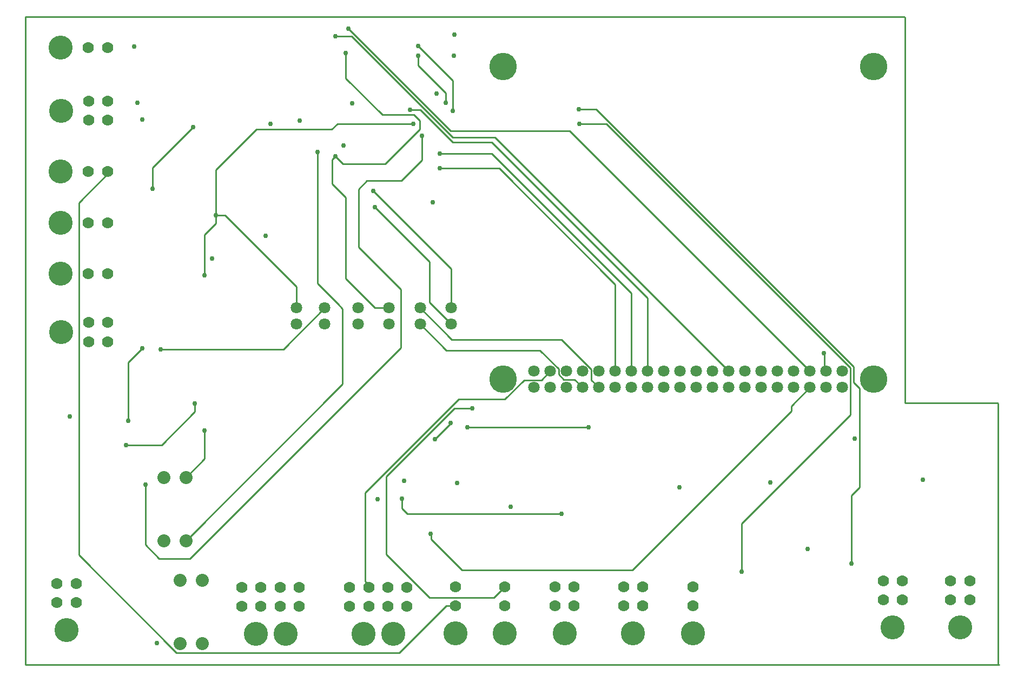
<source format=gbl>
G04*
G04 #@! TF.GenerationSoftware,Altium Limited,Altium Designer,22.9.1 (49)*
G04*
G04 Layer_Physical_Order=4*
G04 Layer_Color=16711680*
%FSLAX25Y25*%
%MOIN*%
G70*
G04*
G04 #@! TF.SameCoordinates,D4A48318-998D-472C-A6B0-EE5402D3ED7D*
G04*
G04*
G04 #@! TF.FilePolarity,Positive*
G04*
G01*
G75*
%ADD11C,0.01000*%
%ADD34C,0.03000*%
%ADD79C,0.07080*%
%ADD80C,0.16929*%
%ADD81C,0.07087*%
%ADD82C,0.07000*%
%ADD83C,0.14800*%
%ADD84C,0.08000*%
D11*
X189000Y296500D02*
Y311500D01*
X180000Y235000D02*
X193000Y222000D01*
X189000Y311500D02*
X191000Y313500D01*
X189000Y296500D02*
X197500Y288000D01*
X180000Y235000D02*
Y316000D01*
X191000Y313500D02*
X195661Y308839D01*
X221838D01*
X214500Y292000D02*
X262500Y244000D01*
Y220000D02*
Y244000D01*
X84000Y135500D02*
X104500Y156000D01*
X62000Y135500D02*
X84000D01*
X252500Y139000D02*
Y139250D01*
X262000Y148750D01*
Y149000D01*
X232000Y96500D02*
X235500Y93000D01*
X330500D01*
X222500Y116000D02*
X264500Y158000D01*
X275500D01*
X222500Y68000D02*
Y116000D01*
X267207Y163707D02*
X295560D01*
X209500Y106000D02*
X267207Y163707D01*
X209500Y51386D02*
Y106000D01*
X222500Y68000D02*
X249000Y41500D01*
X288700D01*
X295500Y48300D01*
X269000Y58500D02*
X374000D01*
X250089Y77412D02*
Y80734D01*
Y77412D02*
X269000Y58500D01*
X249911Y80911D02*
X250089Y80734D01*
X232000Y96500D02*
Y102500D01*
X374000Y58500D02*
X472000Y156500D01*
X209500Y51386D02*
X211700Y49186D01*
Y47800D02*
Y49186D01*
X231500Y195500D02*
Y231500D01*
X101500Y65500D02*
X231500Y195500D01*
X82500Y65500D02*
X101500D01*
X205500Y257500D02*
X231500Y231500D01*
X272500Y146500D02*
X347000D01*
X243000Y330000D02*
Y335500D01*
X221838Y308839D02*
X243000Y330000D01*
X239500Y339000D02*
X243000Y335500D01*
X220000Y339000D02*
X239500D01*
X197500Y361500D02*
X220000Y339000D01*
X197500Y361500D02*
Y377057D01*
X231870Y298370D02*
X244500Y311000D01*
Y326000D01*
X263500Y322000D02*
X287500D01*
X237000Y342000D02*
X243500D01*
X263500Y322000D01*
X188879Y330000D02*
X192379Y333500D01*
X239000D01*
X142500Y330000D02*
X188879D01*
X191000Y387500D02*
X201000D01*
X263500Y325000D01*
X289500D01*
X199000Y392000D02*
X262000Y329000D01*
X335500D01*
X159000Y194500D02*
X184500Y220000D01*
X83500Y194500D02*
X159000D01*
X74000Y74000D02*
X82500Y65500D01*
X74000Y74000D02*
Y111000D01*
X99000Y76500D02*
X195500Y173000D01*
Y219414D01*
X205500Y257500D02*
Y293240D01*
X210630Y298370D02*
X231870D01*
X205500Y293240D02*
X210630Y298370D01*
X197500Y238000D02*
Y288000D01*
Y238000D02*
X215500Y220000D01*
X117500Y305000D02*
X142500Y330000D01*
X193000Y222000D02*
X194914Y220086D01*
Y220000D02*
Y220086D01*
X193000Y222000D02*
X193000D01*
X194914Y220000D02*
X195500Y219414D01*
X441500Y87044D02*
X508540Y154084D01*
X441500Y57500D02*
Y87044D01*
X508540Y154084D02*
Y183088D01*
X104500Y156000D02*
Y161000D01*
X63500Y150500D02*
Y186500D01*
X72000Y195000D01*
X110500Y240000D02*
Y265000D01*
X117500Y272000D01*
X99000Y115500D02*
X110500Y127000D01*
X99000Y115500D02*
X99000D01*
X110500Y127000D02*
Y144500D01*
X255500Y306000D02*
X292000D01*
X363500Y234500D01*
Y181000D02*
Y234500D01*
X287500Y315000D02*
X373500Y229000D01*
Y181000D02*
Y229000D01*
X255500Y315000D02*
X287500D01*
Y322000D02*
X383500Y226000D01*
Y181000D02*
Y226000D01*
X289500Y325000D02*
X433500Y181000D01*
X335500Y329000D02*
X483500Y181000D01*
X215500Y220000D02*
X224300D01*
X117500Y277000D02*
Y305000D01*
X263500Y341500D02*
Y360000D01*
X242000Y381500D02*
X263500Y360000D01*
X242000Y369500D02*
X259000Y352500D01*
X242000Y369500D02*
Y375500D01*
X259000Y346500D02*
Y352500D01*
X123000Y277000D02*
X167000Y233000D01*
X117500Y277000D02*
X123000D01*
X167000Y220000D02*
Y233000D01*
X117500Y272000D02*
Y277000D01*
X78500Y306500D02*
X103500Y331500D01*
X78500Y293500D02*
Y306500D01*
X295560Y163707D02*
X307493Y175640D01*
X318140D01*
X323500Y181000D01*
X243400Y210000D02*
X259588Y193812D01*
X243400Y220000D02*
X262881Y200519D01*
X330543D01*
X348860Y182202D01*
Y175640D02*
Y182202D01*
Y175640D02*
X353500Y171000D01*
X259588Y193812D02*
X317250D01*
X328690Y182372D01*
Y179248D02*
Y182372D01*
Y179248D02*
X331957Y175981D01*
X338519D01*
X343500Y171000D01*
X33000Y67722D02*
Y284700D01*
Y67722D02*
X93222Y7500D01*
X230500D01*
X215500Y282000D02*
X249000Y248500D01*
Y223500D02*
Y248500D01*
Y223500D02*
X262500Y210000D01*
X509000Y62500D02*
Y104392D01*
X514000Y109392D01*
X472000Y159500D02*
X483500Y171000D01*
X472000Y156500D02*
Y159500D01*
X259500Y36500D02*
X265000D01*
X33000Y284700D02*
X52300Y304000D01*
X85500Y115500D02*
Y117086D01*
X358128Y333500D02*
X508540Y183088D01*
X341500Y333500D02*
X358128D01*
X514000Y109392D02*
Y170581D01*
X510540Y174041D02*
Y183916D01*
Y174041D02*
X514000Y170581D01*
X351956Y342500D02*
X510540Y183916D01*
X341000Y342500D02*
X351956D01*
X492000Y192000D02*
X492383Y191617D01*
Y182117D02*
Y191617D01*
Y182117D02*
X493500Y181000D01*
X230500Y7500D02*
X259500Y36500D01*
X0Y399500D02*
X541500D01*
X542000Y399000D01*
Y161500D02*
Y399000D01*
Y161500D02*
X599000D01*
X599500Y161000D01*
Y500D02*
Y161000D01*
Y500D02*
X600000Y0D01*
X0D02*
X600000D01*
X0D02*
Y399500D01*
Y0D02*
X600000D01*
D34*
X191000Y313500D02*
D03*
X62000Y135500D02*
D03*
X266000Y112000D02*
D03*
X252500Y139000D02*
D03*
X299000Y97500D02*
D03*
X330500Y93000D02*
D03*
X262000Y149000D02*
D03*
X275500Y158000D02*
D03*
X249911Y80911D02*
D03*
X232000Y102500D02*
D03*
X233500Y113500D02*
D03*
X403000Y109500D02*
D03*
X217000Y102000D02*
D03*
X272500Y146500D02*
D03*
X197500Y377057D02*
D03*
X244500Y326000D02*
D03*
X239000Y333500D02*
D03*
X237000Y342000D02*
D03*
X83500Y194500D02*
D03*
X74000Y111000D02*
D03*
X169000Y335500D02*
D03*
X459000Y112500D02*
D03*
X104500Y161000D02*
D03*
X63500Y150500D02*
D03*
X72000Y195000D02*
D03*
X110500Y240000D02*
D03*
Y144500D02*
D03*
X148000Y264500D02*
D03*
X180000Y316000D02*
D03*
X196000Y320000D02*
D03*
X201500Y346000D02*
D03*
X255500Y306000D02*
D03*
Y315000D02*
D03*
X253500Y352000D02*
D03*
X115000Y250500D02*
D03*
X264000Y375500D02*
D03*
X263500Y341500D02*
D03*
X259000Y346500D02*
D03*
X242000Y375500D02*
D03*
Y381500D02*
D03*
X103500Y331500D02*
D03*
X78500Y293500D02*
D03*
X251000Y285000D02*
D03*
X72000Y336000D02*
D03*
X69000Y346500D02*
D03*
X67000Y381000D02*
D03*
X117500Y277000D02*
D03*
X215500Y282000D02*
D03*
X214500Y292000D02*
D03*
X191000Y387500D02*
D03*
X199000Y392000D02*
D03*
X509000Y62500D02*
D03*
X264500Y388500D02*
D03*
X441500Y57500D02*
D03*
X341500Y333500D02*
D03*
X341000Y342500D02*
D03*
X511000Y139500D02*
D03*
X553000Y114000D02*
D03*
X482000Y71500D02*
D03*
X151000Y333500D02*
D03*
X81000Y13500D02*
D03*
X492000Y192000D02*
D03*
X347000Y146500D02*
D03*
X27500Y153000D02*
D03*
D79*
X403500Y171000D02*
D03*
X423500D02*
D03*
Y181000D02*
D03*
X413500Y171000D02*
D03*
Y181000D02*
D03*
X503500D02*
D03*
X493500D02*
D03*
X483500D02*
D03*
X473500D02*
D03*
X463500D02*
D03*
X453500D02*
D03*
X443500D02*
D03*
X433500D02*
D03*
X403500D02*
D03*
X393500D02*
D03*
X383500D02*
D03*
X373500D02*
D03*
X363500D02*
D03*
X353500D02*
D03*
X343500D02*
D03*
X333500D02*
D03*
X323500D02*
D03*
X313500D02*
D03*
X503500Y171000D02*
D03*
X493500D02*
D03*
X483500D02*
D03*
X473500D02*
D03*
X463500D02*
D03*
X453500D02*
D03*
X443500D02*
D03*
X433500D02*
D03*
X393500D02*
D03*
X383500D02*
D03*
X373500D02*
D03*
X363500D02*
D03*
X353500D02*
D03*
X343500D02*
D03*
X333500D02*
D03*
X323500D02*
D03*
X313500D02*
D03*
D80*
X522674Y176000D02*
D03*
X294327D02*
D03*
Y368913D02*
D03*
X522674D02*
D03*
D81*
X167000Y210000D02*
D03*
Y220000D02*
D03*
X184500Y210000D02*
D03*
Y220000D02*
D03*
X205200Y210000D02*
D03*
Y220000D02*
D03*
X224300Y210000D02*
D03*
Y220000D02*
D03*
X243400D02*
D03*
Y210000D02*
D03*
X262500Y220000D02*
D03*
Y210000D02*
D03*
D82*
X199900Y47800D02*
D03*
X211700D02*
D03*
Y36000D02*
D03*
X199900D02*
D03*
X223500D02*
D03*
X235300D02*
D03*
Y47800D02*
D03*
X223500D02*
D03*
X50800Y211000D02*
D03*
Y199200D02*
D03*
X39000Y211000D02*
D03*
Y199200D02*
D03*
X38905Y241000D02*
D03*
X50705D02*
D03*
X540500Y40000D02*
D03*
X528700D02*
D03*
X540500Y51800D02*
D03*
X528700D02*
D03*
X295500Y36500D02*
D03*
Y48300D02*
D03*
X50800Y347500D02*
D03*
Y335700D02*
D03*
X39000Y347500D02*
D03*
Y335700D02*
D03*
X326500Y48300D02*
D03*
X338300D02*
D03*
X326500Y36500D02*
D03*
X338300D02*
D03*
X38905Y272500D02*
D03*
X50705D02*
D03*
X368700Y48300D02*
D03*
X380500D02*
D03*
X368700Y36500D02*
D03*
X380500D02*
D03*
X570200Y51800D02*
D03*
X582000D02*
D03*
X570200Y40000D02*
D03*
X582000D02*
D03*
X133500Y47800D02*
D03*
X145300D02*
D03*
Y36000D02*
D03*
X133500D02*
D03*
X157100D02*
D03*
X168900D02*
D03*
Y47800D02*
D03*
X157100D02*
D03*
X19600Y50300D02*
D03*
X31400D02*
D03*
X19600Y38500D02*
D03*
X31400D02*
D03*
X38905Y304000D02*
D03*
X50705D02*
D03*
X265000Y36500D02*
D03*
Y48300D02*
D03*
X411500Y36500D02*
D03*
Y48300D02*
D03*
X38905Y380500D02*
D03*
X50705D02*
D03*
D83*
X208400Y19000D02*
D03*
X226900D02*
D03*
X22000Y205100D02*
D03*
X21905Y241000D02*
D03*
X534600Y23000D02*
D03*
X295500Y19500D02*
D03*
X22000Y341600D02*
D03*
X332400Y19500D02*
D03*
X21905Y272500D02*
D03*
X374600Y19500D02*
D03*
X576100Y23000D02*
D03*
X142000Y19000D02*
D03*
X160500D02*
D03*
X25500Y21500D02*
D03*
X21905Y304000D02*
D03*
X265000Y19500D02*
D03*
X411500D02*
D03*
X21905Y380500D02*
D03*
D84*
X109000Y13000D02*
D03*
Y52000D02*
D03*
X95500D02*
D03*
Y13000D02*
D03*
X85500Y115500D02*
D03*
Y76500D02*
D03*
X99000D02*
D03*
Y115500D02*
D03*
M02*

</source>
